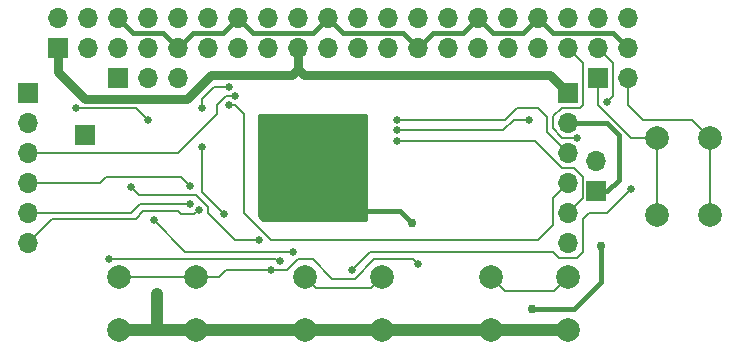
<source format=gbl>
G04 #@! TF.FileFunction,Copper,L2,Bot,Signal*
%FSLAX46Y46*%
G04 Gerber Fmt 4.6, Leading zero omitted, Abs format (unit mm)*
G04 Created by KiCad (PCBNEW 4.0.7-e2-6376~58~ubuntu16.04.1) date Tue Jul 31 11:14:15 2018*
%MOMM*%
%LPD*%
G01*
G04 APERTURE LIST*
%ADD10C,0.100000*%
%ADD11R,1.700000X1.700000*%
%ADD12O,1.700000X1.700000*%
%ADD13C,2.000000*%
%ADD14C,0.762000*%
%ADD15C,0.660400*%
%ADD16C,0.381000*%
%ADD17C,1.016000*%
%ADD18C,0.762000*%
%ADD19C,0.203200*%
%ADD20C,0.254000*%
G04 APERTURE END LIST*
D10*
D11*
X18332000Y-33080960D03*
D12*
X18332000Y-35620960D03*
X18332000Y-38160960D03*
X18332000Y-40700960D03*
X18332000Y-43240960D03*
X18332000Y-45780960D03*
D13*
X71617000Y-36890960D03*
X76117000Y-36890960D03*
X71617000Y-43390960D03*
X76117000Y-43390960D03*
X32556000Y-48646960D03*
X32556000Y-53146960D03*
X26056000Y-48646960D03*
X26056000Y-53146960D03*
X48304000Y-48646960D03*
X48304000Y-53146960D03*
X41804000Y-48646960D03*
X41804000Y-53146960D03*
X64052000Y-48646960D03*
X64052000Y-53146960D03*
X57552000Y-48646960D03*
X57552000Y-53146960D03*
D11*
X64052000Y-33080960D03*
D12*
X64052000Y-35620960D03*
X64052000Y-38160960D03*
X64052000Y-40700960D03*
X64052000Y-43240960D03*
X64052000Y-45780960D03*
D11*
X20872000Y-29270960D03*
D12*
X20872000Y-26730960D03*
X23412000Y-29270960D03*
X23412000Y-26730960D03*
X25952000Y-29270960D03*
X25952000Y-26730960D03*
X28492000Y-29270960D03*
X28492000Y-26730960D03*
X31032000Y-29270960D03*
X31032000Y-26730960D03*
X33572000Y-29270960D03*
X33572000Y-26730960D03*
X36112000Y-29270960D03*
X36112000Y-26730960D03*
X38652000Y-29270960D03*
X38652000Y-26730960D03*
X41192000Y-29270960D03*
X41192000Y-26730960D03*
X43732000Y-29270960D03*
X43732000Y-26730960D03*
X46272000Y-29270960D03*
X46272000Y-26730960D03*
X48812000Y-29270960D03*
X48812000Y-26730960D03*
X51352000Y-29270960D03*
X51352000Y-26730960D03*
X53892000Y-29270960D03*
X53892000Y-26730960D03*
X56432000Y-29270960D03*
X56432000Y-26730960D03*
X58972000Y-29270960D03*
X58972000Y-26730960D03*
X61512000Y-29270960D03*
X61512000Y-26730960D03*
X64052000Y-29270960D03*
X64052000Y-26730960D03*
X66592000Y-29270960D03*
X66592000Y-26730960D03*
X69132000Y-29270960D03*
X69132000Y-26730960D03*
D11*
X66592000Y-31810960D03*
D12*
X69132000Y-31810960D03*
D11*
X25952000Y-31810960D03*
D12*
X28492000Y-31810960D03*
X31032000Y-31810960D03*
D11*
X23158000Y-36636960D03*
X66490400Y-41412160D03*
D12*
X66490400Y-38872160D03*
D14*
X29254000Y-50098960D03*
X48329400Y-31556960D03*
X44062200Y-31556960D03*
X61004000Y-51368960D03*
X66846000Y-46034960D03*
X50844000Y-44129960D03*
X44052000Y-35200960D03*
X38202000Y-37850960D03*
X39252000Y-43600960D03*
D15*
X28492000Y-35366960D03*
X22396000Y-34350960D03*
X34969000Y-43367960D03*
X33064000Y-37652960D03*
X33064000Y-34350960D03*
X35350000Y-32572960D03*
X64814000Y-36890960D03*
X51352000Y-47558960D03*
X38906000Y-48066960D03*
X67354000Y-33842960D03*
X49574000Y-35366960D03*
X35350000Y-34096960D03*
X49574000Y-37144960D03*
X49574000Y-36230560D03*
X60750000Y-35366960D03*
X32810000Y-42986960D03*
X32048000Y-42478960D03*
X32048000Y-40954960D03*
X35858000Y-33334960D03*
X37890000Y-45526960D03*
X27095000Y-41081960D03*
X39668000Y-47304960D03*
X25190000Y-47177960D03*
X29000000Y-43875960D03*
X40811000Y-46542960D03*
X45764000Y-48066960D03*
X69386000Y-41208960D03*
D16*
X66490400Y-41412160D02*
X67404800Y-41412160D01*
X67404800Y-41412160D02*
X68370000Y-40446960D01*
X68370000Y-36636960D02*
X68370000Y-40446960D01*
X67354000Y-35620960D02*
X68370000Y-36636960D01*
X64052000Y-35620960D02*
X67354000Y-35620960D01*
D17*
X29254000Y-50098960D02*
X29254000Y-53146960D01*
D16*
X61512000Y-26730960D02*
X62782000Y-28000960D01*
X67862000Y-28000960D02*
X69132000Y-29270960D01*
X62782000Y-28000960D02*
X67862000Y-28000960D01*
X56432000Y-26730960D02*
X57702000Y-28000960D01*
X60242000Y-28000960D02*
X61512000Y-26730960D01*
X57702000Y-28000960D02*
X60242000Y-28000960D01*
X51352000Y-29270960D02*
X52622000Y-28000960D01*
X55162000Y-28000960D02*
X56432000Y-26730960D01*
X52622000Y-28000960D02*
X55162000Y-28000960D01*
X51352000Y-29270960D02*
X50082000Y-28000960D01*
X45002000Y-28000960D02*
X43732000Y-26730960D01*
X50082000Y-28000960D02*
X45002000Y-28000960D01*
X31032000Y-29270960D02*
X29762000Y-28000960D01*
X27222000Y-28000960D02*
X25952000Y-26730960D01*
X29762000Y-28000960D02*
X27222000Y-28000960D01*
X31032000Y-29270960D02*
X31032000Y-29016960D01*
X36112000Y-26730960D02*
X34842000Y-28000960D01*
X32302000Y-28000960D02*
X31032000Y-29270960D01*
X34842000Y-28000960D02*
X32302000Y-28000960D01*
X36112000Y-26730960D02*
X37382000Y-28000960D01*
X37382000Y-28000960D02*
X42462000Y-28000960D01*
X42462000Y-28000960D02*
X43732000Y-26730960D01*
D17*
X41804000Y-53146960D02*
X32556000Y-53146960D01*
X57552000Y-53146960D02*
X48304000Y-53146960D01*
X26056000Y-53146960D02*
X29254000Y-53146960D01*
X29254000Y-53146960D02*
X32556000Y-53146960D01*
X41804000Y-53146960D02*
X48304000Y-53146960D01*
X57552000Y-53146960D02*
X64052000Y-53146960D01*
D16*
X66846000Y-49082960D02*
X66846000Y-46034960D01*
X64560000Y-51368960D02*
X66846000Y-49082960D01*
X61004000Y-51368960D02*
X64560000Y-51368960D01*
X50844000Y-44129960D02*
X49828000Y-43113960D01*
X49828000Y-43113960D02*
X46780000Y-43113960D01*
D18*
X62528000Y-31556960D02*
X64052000Y-33080960D01*
D16*
X40302000Y-38950960D02*
X39252000Y-38950960D01*
X44052000Y-35200960D02*
X40302000Y-38950960D01*
X38202000Y-37850960D02*
X39252000Y-38900960D01*
X39252000Y-38900960D02*
X39252000Y-38950960D01*
X39252000Y-38950960D02*
X39252000Y-43600960D01*
D18*
X20872000Y-31302960D02*
X20872000Y-29270960D01*
X23158000Y-33588960D02*
X20872000Y-31302960D01*
X31794000Y-33588960D02*
X23158000Y-33588960D01*
X33826000Y-31556960D02*
X31794000Y-33588960D01*
X40684000Y-31556960D02*
X33826000Y-31556960D01*
X41192000Y-31048960D02*
X40684000Y-31556960D01*
X41192000Y-29270960D02*
X41192000Y-31048960D01*
X41192000Y-31048960D02*
X41700000Y-31556960D01*
X41700000Y-31556960D02*
X44062200Y-31556960D01*
X44062200Y-31556960D02*
X48329400Y-31556960D01*
X48329400Y-31556960D02*
X62528000Y-31556960D01*
D19*
X28492000Y-35366960D02*
X27476000Y-34350960D01*
X27476000Y-34350960D02*
X22396000Y-34350960D01*
X33064000Y-34350960D02*
X33064000Y-33588960D01*
X34969000Y-43367960D02*
X33064000Y-41462960D01*
X33064000Y-41462960D02*
X33064000Y-37652960D01*
X33064000Y-33588960D02*
X34080000Y-32572960D01*
X34080000Y-32572960D02*
X35350000Y-32572960D01*
X64052000Y-29270960D02*
X65322000Y-30540960D01*
X65322000Y-30540960D02*
X65322000Y-34096960D01*
X65322000Y-34096960D02*
X65068000Y-34350960D01*
X65068000Y-34350960D02*
X63544000Y-34350960D01*
X63544000Y-34350960D02*
X62815370Y-35079590D01*
X62815370Y-35079590D02*
X62815370Y-36095590D01*
X62815370Y-36095590D02*
X63610740Y-36890960D01*
X63610740Y-36890960D02*
X64814000Y-36890960D01*
X57552000Y-48646960D02*
X57552000Y-48678960D01*
X57552000Y-48678960D02*
X58718000Y-49844960D01*
X62854000Y-49844960D02*
X64052000Y-48646960D01*
X58718000Y-49844960D02*
X62854000Y-49844960D01*
X42462000Y-47177960D02*
X44113000Y-48828960D01*
X44113000Y-48828960D02*
X46018000Y-48828960D01*
X46018000Y-48828960D02*
X47669000Y-47177960D01*
X38906000Y-48066960D02*
X40303000Y-48066960D01*
X51352000Y-47558960D02*
X50971000Y-47177960D01*
X50971000Y-47177960D02*
X47669000Y-47177960D01*
X42462000Y-47177960D02*
X41192000Y-47177960D01*
X41192000Y-47177960D02*
X40303000Y-48066960D01*
X26056000Y-48646960D02*
X32556000Y-48646960D01*
X32556000Y-48646960D02*
X34516000Y-48646960D01*
X34516000Y-48646960D02*
X34588000Y-48574960D01*
X35096000Y-48066960D02*
X34588000Y-48574960D01*
X38906000Y-48066960D02*
X35096000Y-48066960D01*
X34588000Y-48574960D02*
X34516000Y-48646960D01*
X33246000Y-48646960D02*
X32556000Y-48646960D01*
X41804000Y-48646960D02*
X41804000Y-48678960D01*
X41804000Y-48678960D02*
X42716000Y-49590960D01*
X47360000Y-49590960D02*
X48304000Y-48646960D01*
X42716000Y-49590960D02*
X47360000Y-49590960D01*
X67862000Y-33334960D02*
X67354000Y-33842960D01*
X67862000Y-30540960D02*
X67862000Y-33334960D01*
X66592000Y-29270960D02*
X67862000Y-30540960D01*
X62274000Y-35112960D02*
X62274000Y-36382960D01*
X61512000Y-34350960D02*
X62274000Y-35112960D01*
X59734000Y-34350960D02*
X61512000Y-34350960D01*
X58718000Y-35366960D02*
X59734000Y-34350960D01*
X49574000Y-35366960D02*
X58718000Y-35366960D01*
X64052000Y-38160960D02*
X62274000Y-36382960D01*
X38906000Y-45526960D02*
X61512000Y-45526960D01*
X62782000Y-41970960D02*
X64052000Y-40700960D01*
X62782000Y-44256960D02*
X62782000Y-41970960D01*
X61512000Y-45526960D02*
X62782000Y-44256960D01*
X36620000Y-34858960D02*
X36620000Y-43240960D01*
X35350000Y-34096960D02*
X35858000Y-34096960D01*
X35858000Y-34096960D02*
X36620000Y-34858960D01*
X38906000Y-45526960D02*
X36620000Y-43240960D01*
X63544000Y-39430960D02*
X61258000Y-37144960D01*
X61258000Y-37144960D02*
X49574000Y-37144960D01*
X64560000Y-39430960D02*
X63544000Y-39430960D01*
X65322000Y-40192960D02*
X64560000Y-39430960D01*
X65322000Y-41970960D02*
X65322000Y-40192960D01*
X65322000Y-41970960D02*
X64052000Y-43240960D01*
X49574000Y-36230560D02*
X58616400Y-36230560D01*
X59480000Y-35366960D02*
X60750000Y-35366960D01*
X58616400Y-36230560D02*
X59480000Y-35366960D01*
X71617000Y-36890960D02*
X71617000Y-43390960D01*
X66592000Y-31810960D02*
X66592000Y-34096960D01*
X69386000Y-36890960D02*
X71617000Y-36890960D01*
X66592000Y-34096960D02*
X69386000Y-36890960D01*
X66592000Y-32246960D02*
X66592000Y-31810960D01*
X76117000Y-36890960D02*
X76117000Y-43390960D01*
X69132000Y-31810960D02*
X69132000Y-34096960D01*
X69132000Y-34096960D02*
X70402000Y-35366960D01*
X74593000Y-35366960D02*
X76117000Y-36890960D01*
X70402000Y-35366960D02*
X74593000Y-35366960D01*
X32810000Y-42986960D02*
X32429000Y-43367960D01*
X31286000Y-43367960D02*
X31032000Y-43113960D01*
X32429000Y-43367960D02*
X31286000Y-43367960D01*
X31032000Y-43113960D02*
X28111000Y-43113960D01*
X27476000Y-43748960D02*
X28111000Y-43113960D01*
X27476000Y-43748960D02*
X20364000Y-43748960D01*
X18332000Y-45780960D02*
X20364000Y-43748960D01*
X27095000Y-43240960D02*
X27857000Y-42478960D01*
X27857000Y-42478960D02*
X32048000Y-42478960D01*
X27095000Y-43240960D02*
X18332000Y-43240960D01*
X18332000Y-40700960D02*
X24428000Y-40700960D01*
X31286000Y-40192960D02*
X24936000Y-40192960D01*
X24936000Y-40192960D02*
X24428000Y-40700960D01*
X32048000Y-40954960D02*
X31286000Y-40192960D01*
X31032000Y-38160960D02*
X18332000Y-38160960D01*
X34334000Y-34858960D02*
X31032000Y-38160960D01*
X34334000Y-34096960D02*
X34334000Y-34858960D01*
X35096000Y-33334960D02*
X34334000Y-34096960D01*
X35858000Y-33334960D02*
X35096000Y-33334960D01*
X33575012Y-42986924D02*
X33575012Y-43243972D01*
X33575012Y-43243972D02*
X35858000Y-45526960D01*
X37890000Y-45526960D02*
X35858000Y-45526960D01*
X33576000Y-42736960D02*
X33575012Y-42986924D01*
X32556000Y-41716960D02*
X33576000Y-42736960D01*
X27730000Y-41716960D02*
X27095000Y-41081960D01*
X32556000Y-41716960D02*
X27730000Y-41716960D01*
X25190000Y-47177960D02*
X39287000Y-47177960D01*
X39287000Y-47177960D02*
X39668000Y-47304960D01*
X29000000Y-43875960D02*
X31667000Y-46542960D01*
X31667000Y-46542960D02*
X40811000Y-46542960D01*
X45764000Y-48066960D02*
X47288000Y-46542960D01*
X47288000Y-46542960D02*
X62782000Y-46542960D01*
X65322000Y-46542960D02*
X65322000Y-43748960D01*
X64814000Y-47050960D02*
X65322000Y-46542960D01*
X63290000Y-47050960D02*
X64814000Y-47050960D01*
X62782000Y-46542960D02*
X63290000Y-47050960D01*
X67354000Y-43240960D02*
X65830000Y-43240960D01*
X67354000Y-43240960D02*
X69386000Y-41208960D01*
X65830000Y-43240960D02*
X65322000Y-43748960D01*
D20*
G36*
X46975000Y-43873960D02*
X38294710Y-43873960D01*
X37929000Y-43508250D01*
X37929000Y-34927960D01*
X46975000Y-34927960D01*
X46975000Y-43873960D01*
X46975000Y-43873960D01*
G37*
X46975000Y-43873960D02*
X38294710Y-43873960D01*
X37929000Y-43508250D01*
X37929000Y-34927960D01*
X46975000Y-34927960D01*
X46975000Y-43873960D01*
M02*

</source>
